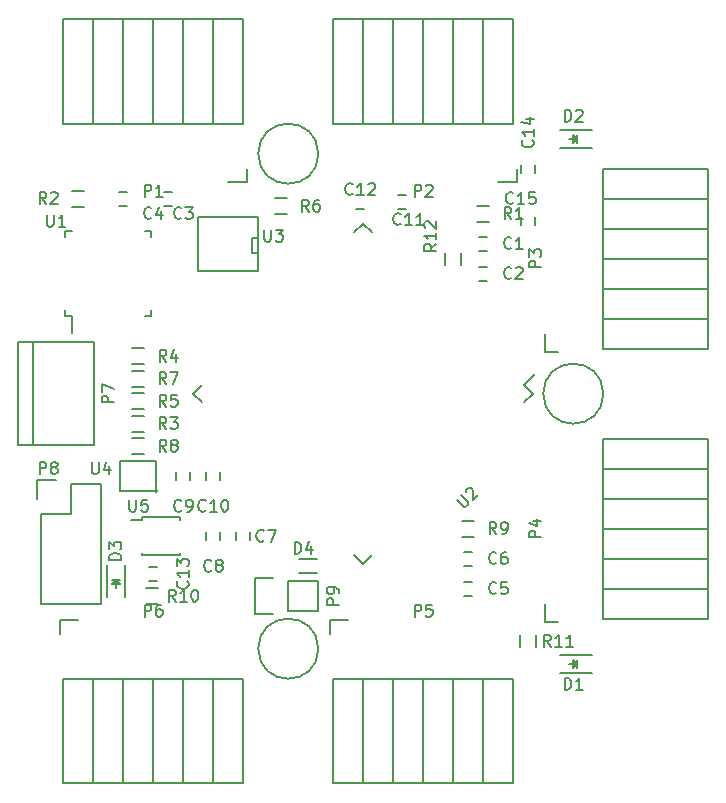
<source format=gto>
G04 #@! TF.FileFunction,Legend,Top*
%FSLAX46Y46*%
G04 Gerber Fmt 4.6, Leading zero omitted, Abs format (unit mm)*
G04 Created by KiCad (PCBNEW 0.201602101416+6546~42~ubuntu14.04.1-product) date Thu 11 Feb 2016 08:58:18 AM CET*
%MOMM*%
G01*
G04 APERTURE LIST*
%ADD10C,0.100000*%
%ADD11C,0.200000*%
%ADD12C,0.150000*%
G04 APERTURE END LIST*
D10*
D11*
X148590000Y-124460000D02*
G75*
G03X148590000Y-124460000I-2540000J0D01*
G01*
X124460000Y-146050000D02*
G75*
G03X124460000Y-146050000I-2540000J0D01*
G01*
X124460000Y-104140000D02*
G75*
G03X124460000Y-104140000I-2540000J0D01*
G01*
D12*
X114970000Y-131795000D02*
X114970000Y-131095000D01*
X116170000Y-131095000D02*
X116170000Y-131795000D01*
X142659623Y-124460000D02*
X141917161Y-123717538D01*
X128270000Y-138849623D02*
X127527538Y-138107161D01*
X113880377Y-124460000D02*
X114622839Y-125202462D01*
X128270000Y-110070377D02*
X129012462Y-110812839D01*
X142659623Y-124460000D02*
X141917161Y-125202462D01*
X128270000Y-110070377D02*
X127527538Y-110812839D01*
X113880377Y-124460000D02*
X114622839Y-123717538D01*
X128270000Y-138849623D02*
X129012462Y-138107161D01*
X141917161Y-123717538D02*
X142836400Y-122798299D01*
X99052540Y-120109100D02*
X99052540Y-128809100D01*
X105457540Y-120109100D02*
X105457540Y-128809100D01*
X105457540Y-128809100D02*
X99052540Y-128809100D01*
X100282540Y-128809100D02*
X100282540Y-120109100D01*
X99052540Y-120109100D02*
X105457540Y-120109100D01*
X103055000Y-117925000D02*
X103580000Y-117925000D01*
X103055000Y-110675000D02*
X103580000Y-110675000D01*
X110305000Y-110675000D02*
X109780000Y-110675000D01*
X110305000Y-117925000D02*
X109780000Y-117925000D01*
X103055000Y-117925000D02*
X103055000Y-117400000D01*
X110305000Y-117925000D02*
X110305000Y-117400000D01*
X110305000Y-110675000D02*
X110305000Y-111200000D01*
X103055000Y-110675000D02*
X103055000Y-111200000D01*
X103580000Y-117925000D02*
X103580000Y-119300000D01*
X138080000Y-111160000D02*
X138780000Y-111160000D01*
X138780000Y-112360000D02*
X138080000Y-112360000D01*
X138080000Y-113700000D02*
X138780000Y-113700000D01*
X138780000Y-114900000D02*
X138080000Y-114900000D01*
X122790000Y-139665000D02*
X124340000Y-139665000D01*
X122790000Y-138465000D02*
X124340000Y-138465000D01*
X138930000Y-109895000D02*
X137930000Y-109895000D01*
X137930000Y-108545000D02*
X138930000Y-108545000D01*
X119380000Y-114046000D02*
X114300000Y-114046000D01*
X114300000Y-114046000D02*
X114300000Y-109474000D01*
X114300000Y-109474000D02*
X119380000Y-109474000D01*
X119380000Y-109474000D02*
X119380000Y-114046000D01*
X119380000Y-112522000D02*
X118872000Y-112522000D01*
X118872000Y-112522000D02*
X118872000Y-111252000D01*
X118872000Y-111252000D02*
X119380000Y-111252000D01*
X104640000Y-108625000D02*
X103640000Y-108625000D01*
X103640000Y-107275000D02*
X104640000Y-107275000D01*
X109720000Y-127675000D02*
X108720000Y-127675000D01*
X108720000Y-126325000D02*
X109720000Y-126325000D01*
X108720000Y-120610000D02*
X109720000Y-120610000D01*
X109720000Y-121960000D02*
X108720000Y-121960000D01*
X108720000Y-124420000D02*
X109720000Y-124420000D01*
X109720000Y-125770000D02*
X108720000Y-125770000D01*
X121785000Y-109260000D02*
X120785000Y-109260000D01*
X120785000Y-107910000D02*
X121785000Y-107910000D01*
X108720000Y-122515000D02*
X109720000Y-122515000D01*
X109720000Y-123865000D02*
X108720000Y-123865000D01*
X102870000Y-92770000D02*
X102870000Y-101600000D01*
X105410000Y-92770000D02*
X102870000Y-92770000D01*
X105410000Y-101600000D02*
X102870000Y-101600000D01*
X102870000Y-101600000D02*
X102870000Y-92770000D01*
X105410000Y-101600000D02*
X105410000Y-92770000D01*
X107950000Y-101600000D02*
X105410000Y-101600000D01*
X107950000Y-92770000D02*
X105410000Y-92770000D01*
X105410000Y-92770000D02*
X105410000Y-101600000D01*
X107950000Y-92770000D02*
X107950000Y-101600000D01*
X110490000Y-92770000D02*
X107950000Y-92770000D01*
X110490000Y-101600000D02*
X107950000Y-101600000D01*
X107950000Y-101600000D02*
X107950000Y-92770000D01*
X110490000Y-101600000D02*
X110490000Y-92770000D01*
X113030000Y-101600000D02*
X110490000Y-101600000D01*
X113030000Y-92770000D02*
X110490000Y-92770000D01*
X110490000Y-92770000D02*
X110490000Y-101600000D01*
X113030000Y-92770000D02*
X113030000Y-101600000D01*
X115570000Y-92770000D02*
X113030000Y-92770000D01*
X115570000Y-101600000D02*
X113030000Y-101600000D01*
X113030000Y-101600000D02*
X113030000Y-92770000D01*
X115570000Y-101600000D02*
X115570000Y-92770000D01*
X118110000Y-101600000D02*
X115570000Y-101600000D01*
X116840000Y-106560000D02*
X118390000Y-106560000D01*
X118390000Y-106560000D02*
X118390000Y-105410000D01*
X118110000Y-101600000D02*
X118110000Y-92770000D01*
X118110000Y-92770000D02*
X115570000Y-92770000D01*
X115570000Y-92770000D02*
X115570000Y-101600000D01*
X125730000Y-92770000D02*
X125730000Y-101600000D01*
X128270000Y-92770000D02*
X125730000Y-92770000D01*
X128270000Y-101600000D02*
X125730000Y-101600000D01*
X125730000Y-101600000D02*
X125730000Y-92770000D01*
X128270000Y-101600000D02*
X128270000Y-92770000D01*
X130810000Y-101600000D02*
X128270000Y-101600000D01*
X130810000Y-92770000D02*
X128270000Y-92770000D01*
X128270000Y-92770000D02*
X128270000Y-101600000D01*
X130810000Y-92770000D02*
X130810000Y-101600000D01*
X133350000Y-92770000D02*
X130810000Y-92770000D01*
X133350000Y-101600000D02*
X130810000Y-101600000D01*
X130810000Y-101600000D02*
X130810000Y-92770000D01*
X133350000Y-101600000D02*
X133350000Y-92770000D01*
X135890000Y-101600000D02*
X133350000Y-101600000D01*
X135890000Y-92770000D02*
X133350000Y-92770000D01*
X133350000Y-92770000D02*
X133350000Y-101600000D01*
X135890000Y-92770000D02*
X135890000Y-101600000D01*
X138430000Y-92770000D02*
X135890000Y-92770000D01*
X138430000Y-101600000D02*
X135890000Y-101600000D01*
X135890000Y-101600000D02*
X135890000Y-92770000D01*
X138430000Y-101600000D02*
X138430000Y-92770000D01*
X140970000Y-101600000D02*
X138430000Y-101600000D01*
X139700000Y-106560000D02*
X141250000Y-106560000D01*
X141250000Y-106560000D02*
X141250000Y-105410000D01*
X140970000Y-101600000D02*
X140970000Y-92770000D01*
X140970000Y-92770000D02*
X138430000Y-92770000D01*
X138430000Y-92770000D02*
X138430000Y-101600000D01*
X157420000Y-105410000D02*
X148590000Y-105410000D01*
X157420000Y-107950000D02*
X157420000Y-105410000D01*
X148590000Y-107950000D02*
X148590000Y-105410000D01*
X148590000Y-105410000D02*
X157420000Y-105410000D01*
X148590000Y-107950000D02*
X157420000Y-107950000D01*
X148590000Y-110490000D02*
X148590000Y-107950000D01*
X157420000Y-110490000D02*
X157420000Y-107950000D01*
X157420000Y-107950000D02*
X148590000Y-107950000D01*
X157420000Y-110490000D02*
X148590000Y-110490000D01*
X157420000Y-113030000D02*
X157420000Y-110490000D01*
X148590000Y-113030000D02*
X148590000Y-110490000D01*
X148590000Y-110490000D02*
X157420000Y-110490000D01*
X148590000Y-113030000D02*
X157420000Y-113030000D01*
X148590000Y-115570000D02*
X148590000Y-113030000D01*
X157420000Y-115570000D02*
X157420000Y-113030000D01*
X157420000Y-113030000D02*
X148590000Y-113030000D01*
X157420000Y-115570000D02*
X148590000Y-115570000D01*
X157420000Y-118110000D02*
X157420000Y-115570000D01*
X148590000Y-118110000D02*
X148590000Y-115570000D01*
X148590000Y-115570000D02*
X157420000Y-115570000D01*
X148590000Y-118110000D02*
X157420000Y-118110000D01*
X148590000Y-120650000D02*
X148590000Y-118110000D01*
X143630000Y-119380000D02*
X143630000Y-120930000D01*
X143630000Y-120930000D02*
X144780000Y-120930000D01*
X148590000Y-120650000D02*
X157420000Y-120650000D01*
X157420000Y-120650000D02*
X157420000Y-118110000D01*
X157420000Y-118110000D02*
X148590000Y-118110000D01*
X157420000Y-128270000D02*
X148590000Y-128270000D01*
X157420000Y-130810000D02*
X157420000Y-128270000D01*
X148590000Y-130810000D02*
X148590000Y-128270000D01*
X148590000Y-128270000D02*
X157420000Y-128270000D01*
X148590000Y-130810000D02*
X157420000Y-130810000D01*
X148590000Y-133350000D02*
X148590000Y-130810000D01*
X157420000Y-133350000D02*
X157420000Y-130810000D01*
X157420000Y-130810000D02*
X148590000Y-130810000D01*
X157420000Y-133350000D02*
X148590000Y-133350000D01*
X157420000Y-135890000D02*
X157420000Y-133350000D01*
X148590000Y-135890000D02*
X148590000Y-133350000D01*
X148590000Y-133350000D02*
X157420000Y-133350000D01*
X148590000Y-135890000D02*
X157420000Y-135890000D01*
X148590000Y-138430000D02*
X148590000Y-135890000D01*
X157420000Y-138430000D02*
X157420000Y-135890000D01*
X157420000Y-135890000D02*
X148590000Y-135890000D01*
X157420000Y-138430000D02*
X148590000Y-138430000D01*
X157420000Y-140970000D02*
X157420000Y-138430000D01*
X148590000Y-140970000D02*
X148590000Y-138430000D01*
X148590000Y-138430000D02*
X157420000Y-138430000D01*
X148590000Y-140970000D02*
X157420000Y-140970000D01*
X148590000Y-143510000D02*
X148590000Y-140970000D01*
X143630000Y-142240000D02*
X143630000Y-143790000D01*
X143630000Y-143790000D02*
X144780000Y-143790000D01*
X148590000Y-143510000D02*
X157420000Y-143510000D01*
X157420000Y-143510000D02*
X157420000Y-140970000D01*
X157420000Y-140970000D02*
X148590000Y-140970000D01*
X140970000Y-157420000D02*
X140970000Y-148590000D01*
X138430000Y-157420000D02*
X140970000Y-157420000D01*
X138430000Y-148590000D02*
X140970000Y-148590000D01*
X140970000Y-148590000D02*
X140970000Y-157420000D01*
X138430000Y-148590000D02*
X138430000Y-157420000D01*
X135890000Y-148590000D02*
X138430000Y-148590000D01*
X135890000Y-157420000D02*
X138430000Y-157420000D01*
X138430000Y-157420000D02*
X138430000Y-148590000D01*
X135890000Y-157420000D02*
X135890000Y-148590000D01*
X133350000Y-157420000D02*
X135890000Y-157420000D01*
X133350000Y-148590000D02*
X135890000Y-148590000D01*
X135890000Y-148590000D02*
X135890000Y-157420000D01*
X133350000Y-148590000D02*
X133350000Y-157420000D01*
X130810000Y-148590000D02*
X133350000Y-148590000D01*
X130810000Y-157420000D02*
X133350000Y-157420000D01*
X133350000Y-157420000D02*
X133350000Y-148590000D01*
X130810000Y-157420000D02*
X130810000Y-148590000D01*
X128270000Y-157420000D02*
X130810000Y-157420000D01*
X128270000Y-148590000D02*
X130810000Y-148590000D01*
X130810000Y-148590000D02*
X130810000Y-157420000D01*
X128270000Y-148590000D02*
X128270000Y-157420000D01*
X125730000Y-148590000D02*
X128270000Y-148590000D01*
X127000000Y-143630000D02*
X125450000Y-143630000D01*
X125450000Y-143630000D02*
X125450000Y-144780000D01*
X125730000Y-148590000D02*
X125730000Y-157420000D01*
X125730000Y-157420000D02*
X128270000Y-157420000D01*
X128270000Y-157420000D02*
X128270000Y-148590000D01*
X118110000Y-157420000D02*
X118110000Y-148590000D01*
X115570000Y-157420000D02*
X118110000Y-157420000D01*
X115570000Y-148590000D02*
X118110000Y-148590000D01*
X118110000Y-148590000D02*
X118110000Y-157420000D01*
X115570000Y-148590000D02*
X115570000Y-157420000D01*
X113030000Y-148590000D02*
X115570000Y-148590000D01*
X113030000Y-157420000D02*
X115570000Y-157420000D01*
X115570000Y-157420000D02*
X115570000Y-148590000D01*
X113030000Y-157420000D02*
X113030000Y-148590000D01*
X110490000Y-157420000D02*
X113030000Y-157420000D01*
X110490000Y-148590000D02*
X113030000Y-148590000D01*
X113030000Y-148590000D02*
X113030000Y-157420000D01*
X110490000Y-148590000D02*
X110490000Y-157420000D01*
X107950000Y-148590000D02*
X110490000Y-148590000D01*
X107950000Y-157420000D02*
X110490000Y-157420000D01*
X110490000Y-157420000D02*
X110490000Y-148590000D01*
X107950000Y-157420000D02*
X107950000Y-148590000D01*
X105410000Y-157420000D02*
X107950000Y-157420000D01*
X105410000Y-148590000D02*
X107950000Y-148590000D01*
X107950000Y-148590000D02*
X107950000Y-157420000D01*
X105410000Y-148590000D02*
X105410000Y-157420000D01*
X102870000Y-148590000D02*
X105410000Y-148590000D01*
X104140000Y-143630000D02*
X102590000Y-143630000D01*
X102590000Y-143630000D02*
X102590000Y-144780000D01*
X102870000Y-148590000D02*
X102870000Y-157420000D01*
X102870000Y-157420000D02*
X105410000Y-157420000D01*
X105410000Y-157420000D02*
X105410000Y-148590000D01*
X111410000Y-107350000D02*
X112110000Y-107350000D01*
X112110000Y-108550000D02*
X111410000Y-108550000D01*
X107600000Y-107350000D02*
X108300000Y-107350000D01*
X108300000Y-108550000D02*
X107600000Y-108550000D01*
X136810000Y-140370000D02*
X137510000Y-140370000D01*
X137510000Y-141570000D02*
X136810000Y-141570000D01*
X136810000Y-137830000D02*
X137510000Y-137830000D01*
X137510000Y-139030000D02*
X136810000Y-139030000D01*
X118710000Y-136175000D02*
X118710000Y-136875000D01*
X117510000Y-136875000D02*
X117510000Y-136175000D01*
X116170000Y-136175000D02*
X116170000Y-136875000D01*
X114970000Y-136875000D02*
X114970000Y-136175000D01*
X112430000Y-131795000D02*
X112430000Y-131095000D01*
X113630000Y-131095000D02*
X113630000Y-131795000D01*
X131222000Y-107604000D02*
X131922000Y-107604000D01*
X131922000Y-108804000D02*
X131222000Y-108804000D01*
X128366000Y-108804000D02*
X127666000Y-108804000D01*
X127666000Y-107604000D02*
X128366000Y-107604000D01*
X109720000Y-129580000D02*
X108720000Y-129580000D01*
X108720000Y-128230000D02*
X109720000Y-128230000D01*
X137660000Y-136565000D02*
X136660000Y-136565000D01*
X136660000Y-135215000D02*
X137660000Y-135215000D01*
X110140000Y-139100000D02*
X110840000Y-139100000D01*
X110840000Y-140300000D02*
X110140000Y-140300000D01*
X109500000Y-134900000D02*
X109500000Y-135115000D01*
X112750000Y-134900000D02*
X112750000Y-135115000D01*
X112750000Y-138150000D02*
X112750000Y-137935000D01*
X109500000Y-138150000D02*
X109500000Y-137935000D01*
X109500000Y-134900000D02*
X112750000Y-134900000D01*
X109500000Y-138150000D02*
X112750000Y-138150000D01*
X109500000Y-135115000D02*
X108575000Y-135115000D01*
X141640000Y-105760000D02*
X141640000Y-105060000D01*
X142840000Y-105060000D02*
X142840000Y-105760000D01*
X142840000Y-109505000D02*
X142840000Y-110205000D01*
X141640000Y-110205000D02*
X141640000Y-109505000D01*
X100965000Y-134620000D02*
X100965000Y-142240000D01*
X100965000Y-142240000D02*
X106045000Y-142240000D01*
X106045000Y-142240000D02*
X106045000Y-132080000D01*
X106045000Y-132080000D02*
X103505000Y-132080000D01*
X102235000Y-131800000D02*
X100685000Y-131800000D01*
X103505000Y-132080000D02*
X103505000Y-134620000D01*
X103505000Y-134620000D02*
X100965000Y-134620000D01*
X100685000Y-131800000D02*
X100685000Y-133350000D01*
X121920000Y-140335000D02*
X124460000Y-140335000D01*
X119100000Y-140055000D02*
X120650000Y-140055000D01*
X121920000Y-140335000D02*
X121920000Y-142875000D01*
X120650000Y-143155000D02*
X119100000Y-143155000D01*
X119100000Y-143155000D02*
X119100000Y-140055000D01*
X121920000Y-142875000D02*
X124460000Y-142875000D01*
X124460000Y-142875000D02*
X124460000Y-140335000D01*
X110871000Y-132715000D02*
G75*
G03X110871000Y-132715000I-127000J0D01*
G01*
X110744000Y-130175000D02*
X107696000Y-130175000D01*
X110744000Y-132715000D02*
X110744000Y-130175000D01*
X107696000Y-132715000D02*
X110744000Y-132715000D01*
X107696000Y-130175000D02*
X107696000Y-132715000D01*
X106565000Y-138955980D02*
X106565000Y-141655980D01*
X108065000Y-138955980D02*
X108065000Y-141655980D01*
X107165000Y-140455980D02*
X107415000Y-140455980D01*
X107415000Y-140455980D02*
X107265000Y-140305980D01*
X107665000Y-140205980D02*
X106965000Y-140205980D01*
X107315000Y-140555980D02*
X107315000Y-140905980D01*
X107315000Y-140205980D02*
X107665000Y-140555980D01*
X107665000Y-140555980D02*
X106965000Y-140555980D01*
X106965000Y-140555980D02*
X107315000Y-140205980D01*
X147650000Y-146570000D02*
X144950000Y-146570000D01*
X147650000Y-148070000D02*
X144950000Y-148070000D01*
X146150000Y-147170000D02*
X146150000Y-147420000D01*
X146150000Y-147420000D02*
X146300000Y-147270000D01*
X146400000Y-147670000D02*
X146400000Y-146970000D01*
X146050000Y-147320000D02*
X145700000Y-147320000D01*
X146400000Y-147320000D02*
X146050000Y-147670000D01*
X146050000Y-147670000D02*
X146050000Y-146970000D01*
X146050000Y-146970000D02*
X146400000Y-147320000D01*
X147650000Y-102120000D02*
X144950000Y-102120000D01*
X147650000Y-103620000D02*
X144950000Y-103620000D01*
X146150000Y-102720000D02*
X146150000Y-102970000D01*
X146150000Y-102970000D02*
X146300000Y-102820000D01*
X146400000Y-103220000D02*
X146400000Y-102520000D01*
X146050000Y-102870000D02*
X145700000Y-102870000D01*
X146400000Y-102870000D02*
X146050000Y-103220000D01*
X146050000Y-103220000D02*
X146050000Y-102520000D01*
X146050000Y-102520000D02*
X146400000Y-102870000D01*
X109875000Y-140930000D02*
X110875000Y-140930000D01*
X110875000Y-142280000D02*
X109875000Y-142280000D01*
X141565000Y-145915000D02*
X141565000Y-144915000D01*
X142915000Y-144915000D02*
X142915000Y-145915000D01*
X136565000Y-112530000D02*
X136565000Y-113530000D01*
X135215000Y-113530000D02*
X135215000Y-112530000D01*
X114927143Y-134342143D02*
X114879524Y-134389762D01*
X114736667Y-134437381D01*
X114641429Y-134437381D01*
X114498571Y-134389762D01*
X114403333Y-134294524D01*
X114355714Y-134199286D01*
X114308095Y-134008810D01*
X114308095Y-133865952D01*
X114355714Y-133675476D01*
X114403333Y-133580238D01*
X114498571Y-133485000D01*
X114641429Y-133437381D01*
X114736667Y-133437381D01*
X114879524Y-133485000D01*
X114927143Y-133532619D01*
X115879524Y-134437381D02*
X115308095Y-134437381D01*
X115593809Y-134437381D02*
X115593809Y-133437381D01*
X115498571Y-133580238D01*
X115403333Y-133675476D01*
X115308095Y-133723095D01*
X116498571Y-133437381D02*
X116593810Y-133437381D01*
X116689048Y-133485000D01*
X116736667Y-133532619D01*
X116784286Y-133627857D01*
X116831905Y-133818333D01*
X116831905Y-134056429D01*
X116784286Y-134246905D01*
X116736667Y-134342143D01*
X116689048Y-134389762D01*
X116593810Y-134437381D01*
X116498571Y-134437381D01*
X116403333Y-134389762D01*
X116355714Y-134342143D01*
X116308095Y-134246905D01*
X116260476Y-134056429D01*
X116260476Y-133818333D01*
X116308095Y-133627857D01*
X116355714Y-133532619D01*
X116403333Y-133485000D01*
X116498571Y-133437381D01*
X136165184Y-133432680D02*
X136737604Y-134005100D01*
X136838619Y-134038772D01*
X136905962Y-134038772D01*
X137006977Y-134005100D01*
X137141665Y-133870412D01*
X137175337Y-133769397D01*
X137175337Y-133702054D01*
X137141665Y-133601039D01*
X136569245Y-133028619D01*
X136939634Y-132792917D02*
X136939634Y-132725573D01*
X136973306Y-132624558D01*
X137141665Y-132456199D01*
X137242680Y-132422527D01*
X137310024Y-132422527D01*
X137411039Y-132456199D01*
X137478382Y-132523542D01*
X137545726Y-132658229D01*
X137545726Y-133466352D01*
X137983459Y-133028619D01*
X107132381Y-125198095D02*
X106132381Y-125198095D01*
X106132381Y-124817142D01*
X106180000Y-124721904D01*
X106227619Y-124674285D01*
X106322857Y-124626666D01*
X106465714Y-124626666D01*
X106560952Y-124674285D01*
X106608571Y-124721904D01*
X106656190Y-124817142D01*
X106656190Y-125198095D01*
X106132381Y-124293333D02*
X106132381Y-123626666D01*
X107132381Y-124055238D01*
X101473095Y-109307381D02*
X101473095Y-110116905D01*
X101520714Y-110212143D01*
X101568333Y-110259762D01*
X101663571Y-110307381D01*
X101854048Y-110307381D01*
X101949286Y-110259762D01*
X101996905Y-110212143D01*
X102044524Y-110116905D01*
X102044524Y-109307381D01*
X103044524Y-110307381D02*
X102473095Y-110307381D01*
X102758809Y-110307381D02*
X102758809Y-109307381D01*
X102663571Y-109450238D01*
X102568333Y-109545476D01*
X102473095Y-109593095D01*
X140803334Y-112117143D02*
X140755715Y-112164762D01*
X140612858Y-112212381D01*
X140517620Y-112212381D01*
X140374762Y-112164762D01*
X140279524Y-112069524D01*
X140231905Y-111974286D01*
X140184286Y-111783810D01*
X140184286Y-111640952D01*
X140231905Y-111450476D01*
X140279524Y-111355238D01*
X140374762Y-111260000D01*
X140517620Y-111212381D01*
X140612858Y-111212381D01*
X140755715Y-111260000D01*
X140803334Y-111307619D01*
X141755715Y-112212381D02*
X141184286Y-112212381D01*
X141470000Y-112212381D02*
X141470000Y-111212381D01*
X141374762Y-111355238D01*
X141279524Y-111450476D01*
X141184286Y-111498095D01*
X140803334Y-114657143D02*
X140755715Y-114704762D01*
X140612858Y-114752381D01*
X140517620Y-114752381D01*
X140374762Y-114704762D01*
X140279524Y-114609524D01*
X140231905Y-114514286D01*
X140184286Y-114323810D01*
X140184286Y-114180952D01*
X140231905Y-113990476D01*
X140279524Y-113895238D01*
X140374762Y-113800000D01*
X140517620Y-113752381D01*
X140612858Y-113752381D01*
X140755715Y-113800000D01*
X140803334Y-113847619D01*
X141184286Y-113847619D02*
X141231905Y-113800000D01*
X141327143Y-113752381D01*
X141565239Y-113752381D01*
X141660477Y-113800000D01*
X141708096Y-113847619D01*
X141755715Y-113942857D01*
X141755715Y-114038095D01*
X141708096Y-114180952D01*
X141136667Y-114752381D01*
X141755715Y-114752381D01*
X122451905Y-138017381D02*
X122451905Y-137017381D01*
X122690000Y-137017381D01*
X122832858Y-137065000D01*
X122928096Y-137160238D01*
X122975715Y-137255476D01*
X123023334Y-137445952D01*
X123023334Y-137588810D01*
X122975715Y-137779286D01*
X122928096Y-137874524D01*
X122832858Y-137969762D01*
X122690000Y-138017381D01*
X122451905Y-138017381D01*
X123880477Y-137350714D02*
X123880477Y-138017381D01*
X123642381Y-136969762D02*
X123404286Y-137684048D01*
X124023334Y-137684048D01*
X140803334Y-109672381D02*
X140470000Y-109196190D01*
X140231905Y-109672381D02*
X140231905Y-108672381D01*
X140612858Y-108672381D01*
X140708096Y-108720000D01*
X140755715Y-108767619D01*
X140803334Y-108862857D01*
X140803334Y-109005714D01*
X140755715Y-109100952D01*
X140708096Y-109148571D01*
X140612858Y-109196190D01*
X140231905Y-109196190D01*
X141755715Y-109672381D02*
X141184286Y-109672381D01*
X141470000Y-109672381D02*
X141470000Y-108672381D01*
X141374762Y-108815238D01*
X141279524Y-108910476D01*
X141184286Y-108958095D01*
X119888095Y-110577381D02*
X119888095Y-111386905D01*
X119935714Y-111482143D01*
X119983333Y-111529762D01*
X120078571Y-111577381D01*
X120269048Y-111577381D01*
X120364286Y-111529762D01*
X120411905Y-111482143D01*
X120459524Y-111386905D01*
X120459524Y-110577381D01*
X120840476Y-110577381D02*
X121459524Y-110577381D01*
X121126190Y-110958333D01*
X121269048Y-110958333D01*
X121364286Y-111005952D01*
X121411905Y-111053571D01*
X121459524Y-111148810D01*
X121459524Y-111386905D01*
X121411905Y-111482143D01*
X121364286Y-111529762D01*
X121269048Y-111577381D01*
X120983333Y-111577381D01*
X120888095Y-111529762D01*
X120840476Y-111482143D01*
X101433334Y-108402381D02*
X101100000Y-107926190D01*
X100861905Y-108402381D02*
X100861905Y-107402381D01*
X101242858Y-107402381D01*
X101338096Y-107450000D01*
X101385715Y-107497619D01*
X101433334Y-107592857D01*
X101433334Y-107735714D01*
X101385715Y-107830952D01*
X101338096Y-107878571D01*
X101242858Y-107926190D01*
X100861905Y-107926190D01*
X101814286Y-107497619D02*
X101861905Y-107450000D01*
X101957143Y-107402381D01*
X102195239Y-107402381D01*
X102290477Y-107450000D01*
X102338096Y-107497619D01*
X102385715Y-107592857D01*
X102385715Y-107688095D01*
X102338096Y-107830952D01*
X101766667Y-108402381D01*
X102385715Y-108402381D01*
X111593334Y-127452381D02*
X111260000Y-126976190D01*
X111021905Y-127452381D02*
X111021905Y-126452381D01*
X111402858Y-126452381D01*
X111498096Y-126500000D01*
X111545715Y-126547619D01*
X111593334Y-126642857D01*
X111593334Y-126785714D01*
X111545715Y-126880952D01*
X111498096Y-126928571D01*
X111402858Y-126976190D01*
X111021905Y-126976190D01*
X111926667Y-126452381D02*
X112545715Y-126452381D01*
X112212381Y-126833333D01*
X112355239Y-126833333D01*
X112450477Y-126880952D01*
X112498096Y-126928571D01*
X112545715Y-127023810D01*
X112545715Y-127261905D01*
X112498096Y-127357143D01*
X112450477Y-127404762D01*
X112355239Y-127452381D01*
X112069524Y-127452381D01*
X111974286Y-127404762D01*
X111926667Y-127357143D01*
X111593334Y-121737381D02*
X111260000Y-121261190D01*
X111021905Y-121737381D02*
X111021905Y-120737381D01*
X111402858Y-120737381D01*
X111498096Y-120785000D01*
X111545715Y-120832619D01*
X111593334Y-120927857D01*
X111593334Y-121070714D01*
X111545715Y-121165952D01*
X111498096Y-121213571D01*
X111402858Y-121261190D01*
X111021905Y-121261190D01*
X112450477Y-121070714D02*
X112450477Y-121737381D01*
X112212381Y-120689762D02*
X111974286Y-121404048D01*
X112593334Y-121404048D01*
X111593334Y-125547381D02*
X111260000Y-125071190D01*
X111021905Y-125547381D02*
X111021905Y-124547381D01*
X111402858Y-124547381D01*
X111498096Y-124595000D01*
X111545715Y-124642619D01*
X111593334Y-124737857D01*
X111593334Y-124880714D01*
X111545715Y-124975952D01*
X111498096Y-125023571D01*
X111402858Y-125071190D01*
X111021905Y-125071190D01*
X112498096Y-124547381D02*
X112021905Y-124547381D01*
X111974286Y-125023571D01*
X112021905Y-124975952D01*
X112117143Y-124928333D01*
X112355239Y-124928333D01*
X112450477Y-124975952D01*
X112498096Y-125023571D01*
X112545715Y-125118810D01*
X112545715Y-125356905D01*
X112498096Y-125452143D01*
X112450477Y-125499762D01*
X112355239Y-125547381D01*
X112117143Y-125547381D01*
X112021905Y-125499762D01*
X111974286Y-125452143D01*
X123658334Y-109037381D02*
X123325000Y-108561190D01*
X123086905Y-109037381D02*
X123086905Y-108037381D01*
X123467858Y-108037381D01*
X123563096Y-108085000D01*
X123610715Y-108132619D01*
X123658334Y-108227857D01*
X123658334Y-108370714D01*
X123610715Y-108465952D01*
X123563096Y-108513571D01*
X123467858Y-108561190D01*
X123086905Y-108561190D01*
X124515477Y-108037381D02*
X124325000Y-108037381D01*
X124229762Y-108085000D01*
X124182143Y-108132619D01*
X124086905Y-108275476D01*
X124039286Y-108465952D01*
X124039286Y-108846905D01*
X124086905Y-108942143D01*
X124134524Y-108989762D01*
X124229762Y-109037381D01*
X124420239Y-109037381D01*
X124515477Y-108989762D01*
X124563096Y-108942143D01*
X124610715Y-108846905D01*
X124610715Y-108608810D01*
X124563096Y-108513571D01*
X124515477Y-108465952D01*
X124420239Y-108418333D01*
X124229762Y-108418333D01*
X124134524Y-108465952D01*
X124086905Y-108513571D01*
X124039286Y-108608810D01*
X111593334Y-123642381D02*
X111260000Y-123166190D01*
X111021905Y-123642381D02*
X111021905Y-122642381D01*
X111402858Y-122642381D01*
X111498096Y-122690000D01*
X111545715Y-122737619D01*
X111593334Y-122832857D01*
X111593334Y-122975714D01*
X111545715Y-123070952D01*
X111498096Y-123118571D01*
X111402858Y-123166190D01*
X111021905Y-123166190D01*
X111926667Y-122642381D02*
X112593334Y-122642381D01*
X112164762Y-123642381D01*
X109751905Y-107767381D02*
X109751905Y-106767381D01*
X110132858Y-106767381D01*
X110228096Y-106815000D01*
X110275715Y-106862619D01*
X110323334Y-106957857D01*
X110323334Y-107100714D01*
X110275715Y-107195952D01*
X110228096Y-107243571D01*
X110132858Y-107291190D01*
X109751905Y-107291190D01*
X111275715Y-107767381D02*
X110704286Y-107767381D01*
X110990000Y-107767381D02*
X110990000Y-106767381D01*
X110894762Y-106910238D01*
X110799524Y-107005476D01*
X110704286Y-107053095D01*
X132611905Y-107767381D02*
X132611905Y-106767381D01*
X132992858Y-106767381D01*
X133088096Y-106815000D01*
X133135715Y-106862619D01*
X133183334Y-106957857D01*
X133183334Y-107100714D01*
X133135715Y-107195952D01*
X133088096Y-107243571D01*
X132992858Y-107291190D01*
X132611905Y-107291190D01*
X133564286Y-106862619D02*
X133611905Y-106815000D01*
X133707143Y-106767381D01*
X133945239Y-106767381D01*
X134040477Y-106815000D01*
X134088096Y-106862619D01*
X134135715Y-106957857D01*
X134135715Y-107053095D01*
X134088096Y-107195952D01*
X133516667Y-107767381D01*
X134135715Y-107767381D01*
X143327381Y-113768095D02*
X142327381Y-113768095D01*
X142327381Y-113387142D01*
X142375000Y-113291904D01*
X142422619Y-113244285D01*
X142517857Y-113196666D01*
X142660714Y-113196666D01*
X142755952Y-113244285D01*
X142803571Y-113291904D01*
X142851190Y-113387142D01*
X142851190Y-113768095D01*
X142327381Y-112863333D02*
X142327381Y-112244285D01*
X142708333Y-112577619D01*
X142708333Y-112434761D01*
X142755952Y-112339523D01*
X142803571Y-112291904D01*
X142898810Y-112244285D01*
X143136905Y-112244285D01*
X143232143Y-112291904D01*
X143279762Y-112339523D01*
X143327381Y-112434761D01*
X143327381Y-112720476D01*
X143279762Y-112815714D01*
X143232143Y-112863333D01*
X143327381Y-136628095D02*
X142327381Y-136628095D01*
X142327381Y-136247142D01*
X142375000Y-136151904D01*
X142422619Y-136104285D01*
X142517857Y-136056666D01*
X142660714Y-136056666D01*
X142755952Y-136104285D01*
X142803571Y-136151904D01*
X142851190Y-136247142D01*
X142851190Y-136628095D01*
X142660714Y-135199523D02*
X143327381Y-135199523D01*
X142279762Y-135437619D02*
X142994048Y-135675714D01*
X142994048Y-135056666D01*
X132611905Y-143327381D02*
X132611905Y-142327381D01*
X132992858Y-142327381D01*
X133088096Y-142375000D01*
X133135715Y-142422619D01*
X133183334Y-142517857D01*
X133183334Y-142660714D01*
X133135715Y-142755952D01*
X133088096Y-142803571D01*
X132992858Y-142851190D01*
X132611905Y-142851190D01*
X134088096Y-142327381D02*
X133611905Y-142327381D01*
X133564286Y-142803571D01*
X133611905Y-142755952D01*
X133707143Y-142708333D01*
X133945239Y-142708333D01*
X134040477Y-142755952D01*
X134088096Y-142803571D01*
X134135715Y-142898810D01*
X134135715Y-143136905D01*
X134088096Y-143232143D01*
X134040477Y-143279762D01*
X133945239Y-143327381D01*
X133707143Y-143327381D01*
X133611905Y-143279762D01*
X133564286Y-143232143D01*
X109751905Y-143327381D02*
X109751905Y-142327381D01*
X110132858Y-142327381D01*
X110228096Y-142375000D01*
X110275715Y-142422619D01*
X110323334Y-142517857D01*
X110323334Y-142660714D01*
X110275715Y-142755952D01*
X110228096Y-142803571D01*
X110132858Y-142851190D01*
X109751905Y-142851190D01*
X111180477Y-142327381D02*
X110990000Y-142327381D01*
X110894762Y-142375000D01*
X110847143Y-142422619D01*
X110751905Y-142565476D01*
X110704286Y-142755952D01*
X110704286Y-143136905D01*
X110751905Y-143232143D01*
X110799524Y-143279762D01*
X110894762Y-143327381D01*
X111085239Y-143327381D01*
X111180477Y-143279762D01*
X111228096Y-143232143D01*
X111275715Y-143136905D01*
X111275715Y-142898810D01*
X111228096Y-142803571D01*
X111180477Y-142755952D01*
X111085239Y-142708333D01*
X110894762Y-142708333D01*
X110799524Y-142755952D01*
X110751905Y-142803571D01*
X110704286Y-142898810D01*
X112863334Y-109577143D02*
X112815715Y-109624762D01*
X112672858Y-109672381D01*
X112577620Y-109672381D01*
X112434762Y-109624762D01*
X112339524Y-109529524D01*
X112291905Y-109434286D01*
X112244286Y-109243810D01*
X112244286Y-109100952D01*
X112291905Y-108910476D01*
X112339524Y-108815238D01*
X112434762Y-108720000D01*
X112577620Y-108672381D01*
X112672858Y-108672381D01*
X112815715Y-108720000D01*
X112863334Y-108767619D01*
X113196667Y-108672381D02*
X113815715Y-108672381D01*
X113482381Y-109053333D01*
X113625239Y-109053333D01*
X113720477Y-109100952D01*
X113768096Y-109148571D01*
X113815715Y-109243810D01*
X113815715Y-109481905D01*
X113768096Y-109577143D01*
X113720477Y-109624762D01*
X113625239Y-109672381D01*
X113339524Y-109672381D01*
X113244286Y-109624762D01*
X113196667Y-109577143D01*
X110323334Y-109577143D02*
X110275715Y-109624762D01*
X110132858Y-109672381D01*
X110037620Y-109672381D01*
X109894762Y-109624762D01*
X109799524Y-109529524D01*
X109751905Y-109434286D01*
X109704286Y-109243810D01*
X109704286Y-109100952D01*
X109751905Y-108910476D01*
X109799524Y-108815238D01*
X109894762Y-108720000D01*
X110037620Y-108672381D01*
X110132858Y-108672381D01*
X110275715Y-108720000D01*
X110323334Y-108767619D01*
X111180477Y-109005714D02*
X111180477Y-109672381D01*
X110942381Y-108624762D02*
X110704286Y-109339048D01*
X111323334Y-109339048D01*
X139533334Y-141327143D02*
X139485715Y-141374762D01*
X139342858Y-141422381D01*
X139247620Y-141422381D01*
X139104762Y-141374762D01*
X139009524Y-141279524D01*
X138961905Y-141184286D01*
X138914286Y-140993810D01*
X138914286Y-140850952D01*
X138961905Y-140660476D01*
X139009524Y-140565238D01*
X139104762Y-140470000D01*
X139247620Y-140422381D01*
X139342858Y-140422381D01*
X139485715Y-140470000D01*
X139533334Y-140517619D01*
X140438096Y-140422381D02*
X139961905Y-140422381D01*
X139914286Y-140898571D01*
X139961905Y-140850952D01*
X140057143Y-140803333D01*
X140295239Y-140803333D01*
X140390477Y-140850952D01*
X140438096Y-140898571D01*
X140485715Y-140993810D01*
X140485715Y-141231905D01*
X140438096Y-141327143D01*
X140390477Y-141374762D01*
X140295239Y-141422381D01*
X140057143Y-141422381D01*
X139961905Y-141374762D01*
X139914286Y-141327143D01*
X139533334Y-138787143D02*
X139485715Y-138834762D01*
X139342858Y-138882381D01*
X139247620Y-138882381D01*
X139104762Y-138834762D01*
X139009524Y-138739524D01*
X138961905Y-138644286D01*
X138914286Y-138453810D01*
X138914286Y-138310952D01*
X138961905Y-138120476D01*
X139009524Y-138025238D01*
X139104762Y-137930000D01*
X139247620Y-137882381D01*
X139342858Y-137882381D01*
X139485715Y-137930000D01*
X139533334Y-137977619D01*
X140390477Y-137882381D02*
X140200000Y-137882381D01*
X140104762Y-137930000D01*
X140057143Y-137977619D01*
X139961905Y-138120476D01*
X139914286Y-138310952D01*
X139914286Y-138691905D01*
X139961905Y-138787143D01*
X140009524Y-138834762D01*
X140104762Y-138882381D01*
X140295239Y-138882381D01*
X140390477Y-138834762D01*
X140438096Y-138787143D01*
X140485715Y-138691905D01*
X140485715Y-138453810D01*
X140438096Y-138358571D01*
X140390477Y-138310952D01*
X140295239Y-138263333D01*
X140104762Y-138263333D01*
X140009524Y-138310952D01*
X139961905Y-138358571D01*
X139914286Y-138453810D01*
X119848334Y-136882143D02*
X119800715Y-136929762D01*
X119657858Y-136977381D01*
X119562620Y-136977381D01*
X119419762Y-136929762D01*
X119324524Y-136834524D01*
X119276905Y-136739286D01*
X119229286Y-136548810D01*
X119229286Y-136405952D01*
X119276905Y-136215476D01*
X119324524Y-136120238D01*
X119419762Y-136025000D01*
X119562620Y-135977381D01*
X119657858Y-135977381D01*
X119800715Y-136025000D01*
X119848334Y-136072619D01*
X120181667Y-135977381D02*
X120848334Y-135977381D01*
X120419762Y-136977381D01*
X115403334Y-139422143D02*
X115355715Y-139469762D01*
X115212858Y-139517381D01*
X115117620Y-139517381D01*
X114974762Y-139469762D01*
X114879524Y-139374524D01*
X114831905Y-139279286D01*
X114784286Y-139088810D01*
X114784286Y-138945952D01*
X114831905Y-138755476D01*
X114879524Y-138660238D01*
X114974762Y-138565000D01*
X115117620Y-138517381D01*
X115212858Y-138517381D01*
X115355715Y-138565000D01*
X115403334Y-138612619D01*
X115974762Y-138945952D02*
X115879524Y-138898333D01*
X115831905Y-138850714D01*
X115784286Y-138755476D01*
X115784286Y-138707857D01*
X115831905Y-138612619D01*
X115879524Y-138565000D01*
X115974762Y-138517381D01*
X116165239Y-138517381D01*
X116260477Y-138565000D01*
X116308096Y-138612619D01*
X116355715Y-138707857D01*
X116355715Y-138755476D01*
X116308096Y-138850714D01*
X116260477Y-138898333D01*
X116165239Y-138945952D01*
X115974762Y-138945952D01*
X115879524Y-138993571D01*
X115831905Y-139041190D01*
X115784286Y-139136429D01*
X115784286Y-139326905D01*
X115831905Y-139422143D01*
X115879524Y-139469762D01*
X115974762Y-139517381D01*
X116165239Y-139517381D01*
X116260477Y-139469762D01*
X116308096Y-139422143D01*
X116355715Y-139326905D01*
X116355715Y-139136429D01*
X116308096Y-139041190D01*
X116260477Y-138993571D01*
X116165239Y-138945952D01*
X112863334Y-134342143D02*
X112815715Y-134389762D01*
X112672858Y-134437381D01*
X112577620Y-134437381D01*
X112434762Y-134389762D01*
X112339524Y-134294524D01*
X112291905Y-134199286D01*
X112244286Y-134008810D01*
X112244286Y-133865952D01*
X112291905Y-133675476D01*
X112339524Y-133580238D01*
X112434762Y-133485000D01*
X112577620Y-133437381D01*
X112672858Y-133437381D01*
X112815715Y-133485000D01*
X112863334Y-133532619D01*
X113339524Y-134437381D02*
X113530000Y-134437381D01*
X113625239Y-134389762D01*
X113672858Y-134342143D01*
X113768096Y-134199286D01*
X113815715Y-134008810D01*
X113815715Y-133627857D01*
X113768096Y-133532619D01*
X113720477Y-133485000D01*
X113625239Y-133437381D01*
X113434762Y-133437381D01*
X113339524Y-133485000D01*
X113291905Y-133532619D01*
X113244286Y-133627857D01*
X113244286Y-133865952D01*
X113291905Y-133961190D01*
X113339524Y-134008810D01*
X113434762Y-134056429D01*
X113625239Y-134056429D01*
X113720477Y-134008810D01*
X113768096Y-133961190D01*
X113815715Y-133865952D01*
X131437143Y-110085143D02*
X131389524Y-110132762D01*
X131246667Y-110180381D01*
X131151429Y-110180381D01*
X131008571Y-110132762D01*
X130913333Y-110037524D01*
X130865714Y-109942286D01*
X130818095Y-109751810D01*
X130818095Y-109608952D01*
X130865714Y-109418476D01*
X130913333Y-109323238D01*
X131008571Y-109228000D01*
X131151429Y-109180381D01*
X131246667Y-109180381D01*
X131389524Y-109228000D01*
X131437143Y-109275619D01*
X132389524Y-110180381D02*
X131818095Y-110180381D01*
X132103809Y-110180381D02*
X132103809Y-109180381D01*
X132008571Y-109323238D01*
X131913333Y-109418476D01*
X131818095Y-109466095D01*
X133341905Y-110180381D02*
X132770476Y-110180381D01*
X133056190Y-110180381D02*
X133056190Y-109180381D01*
X132960952Y-109323238D01*
X132865714Y-109418476D01*
X132770476Y-109466095D01*
X127373143Y-107545143D02*
X127325524Y-107592762D01*
X127182667Y-107640381D01*
X127087429Y-107640381D01*
X126944571Y-107592762D01*
X126849333Y-107497524D01*
X126801714Y-107402286D01*
X126754095Y-107211810D01*
X126754095Y-107068952D01*
X126801714Y-106878476D01*
X126849333Y-106783238D01*
X126944571Y-106688000D01*
X127087429Y-106640381D01*
X127182667Y-106640381D01*
X127325524Y-106688000D01*
X127373143Y-106735619D01*
X128325524Y-107640381D02*
X127754095Y-107640381D01*
X128039809Y-107640381D02*
X128039809Y-106640381D01*
X127944571Y-106783238D01*
X127849333Y-106878476D01*
X127754095Y-106926095D01*
X128706476Y-106735619D02*
X128754095Y-106688000D01*
X128849333Y-106640381D01*
X129087429Y-106640381D01*
X129182667Y-106688000D01*
X129230286Y-106735619D01*
X129277905Y-106830857D01*
X129277905Y-106926095D01*
X129230286Y-107068952D01*
X128658857Y-107640381D01*
X129277905Y-107640381D01*
X111593334Y-129357381D02*
X111260000Y-128881190D01*
X111021905Y-129357381D02*
X111021905Y-128357381D01*
X111402858Y-128357381D01*
X111498096Y-128405000D01*
X111545715Y-128452619D01*
X111593334Y-128547857D01*
X111593334Y-128690714D01*
X111545715Y-128785952D01*
X111498096Y-128833571D01*
X111402858Y-128881190D01*
X111021905Y-128881190D01*
X112164762Y-128785952D02*
X112069524Y-128738333D01*
X112021905Y-128690714D01*
X111974286Y-128595476D01*
X111974286Y-128547857D01*
X112021905Y-128452619D01*
X112069524Y-128405000D01*
X112164762Y-128357381D01*
X112355239Y-128357381D01*
X112450477Y-128405000D01*
X112498096Y-128452619D01*
X112545715Y-128547857D01*
X112545715Y-128595476D01*
X112498096Y-128690714D01*
X112450477Y-128738333D01*
X112355239Y-128785952D01*
X112164762Y-128785952D01*
X112069524Y-128833571D01*
X112021905Y-128881190D01*
X111974286Y-128976429D01*
X111974286Y-129166905D01*
X112021905Y-129262143D01*
X112069524Y-129309762D01*
X112164762Y-129357381D01*
X112355239Y-129357381D01*
X112450477Y-129309762D01*
X112498096Y-129262143D01*
X112545715Y-129166905D01*
X112545715Y-128976429D01*
X112498096Y-128881190D01*
X112450477Y-128833571D01*
X112355239Y-128785952D01*
X139533334Y-136342381D02*
X139200000Y-135866190D01*
X138961905Y-136342381D02*
X138961905Y-135342381D01*
X139342858Y-135342381D01*
X139438096Y-135390000D01*
X139485715Y-135437619D01*
X139533334Y-135532857D01*
X139533334Y-135675714D01*
X139485715Y-135770952D01*
X139438096Y-135818571D01*
X139342858Y-135866190D01*
X138961905Y-135866190D01*
X140009524Y-136342381D02*
X140200000Y-136342381D01*
X140295239Y-136294762D01*
X140342858Y-136247143D01*
X140438096Y-136104286D01*
X140485715Y-135913810D01*
X140485715Y-135532857D01*
X140438096Y-135437619D01*
X140390477Y-135390000D01*
X140295239Y-135342381D01*
X140104762Y-135342381D01*
X140009524Y-135390000D01*
X139961905Y-135437619D01*
X139914286Y-135532857D01*
X139914286Y-135770952D01*
X139961905Y-135866190D01*
X140009524Y-135913810D01*
X140104762Y-135961429D01*
X140295239Y-135961429D01*
X140390477Y-135913810D01*
X140438096Y-135866190D01*
X140485715Y-135770952D01*
X113387143Y-140342857D02*
X113434762Y-140390476D01*
X113482381Y-140533333D01*
X113482381Y-140628571D01*
X113434762Y-140771429D01*
X113339524Y-140866667D01*
X113244286Y-140914286D01*
X113053810Y-140961905D01*
X112910952Y-140961905D01*
X112720476Y-140914286D01*
X112625238Y-140866667D01*
X112530000Y-140771429D01*
X112482381Y-140628571D01*
X112482381Y-140533333D01*
X112530000Y-140390476D01*
X112577619Y-140342857D01*
X113482381Y-139390476D02*
X113482381Y-139961905D01*
X113482381Y-139676191D02*
X112482381Y-139676191D01*
X112625238Y-139771429D01*
X112720476Y-139866667D01*
X112768095Y-139961905D01*
X112482381Y-139057143D02*
X112482381Y-138438095D01*
X112863333Y-138771429D01*
X112863333Y-138628571D01*
X112910952Y-138533333D01*
X112958571Y-138485714D01*
X113053810Y-138438095D01*
X113291905Y-138438095D01*
X113387143Y-138485714D01*
X113434762Y-138533333D01*
X113482381Y-138628571D01*
X113482381Y-138914286D01*
X113434762Y-139009524D01*
X113387143Y-139057143D01*
X108458095Y-133437381D02*
X108458095Y-134246905D01*
X108505714Y-134342143D01*
X108553333Y-134389762D01*
X108648571Y-134437381D01*
X108839048Y-134437381D01*
X108934286Y-134389762D01*
X108981905Y-134342143D01*
X109029524Y-134246905D01*
X109029524Y-133437381D01*
X109981905Y-133437381D02*
X109505714Y-133437381D01*
X109458095Y-133913571D01*
X109505714Y-133865952D01*
X109600952Y-133818333D01*
X109839048Y-133818333D01*
X109934286Y-133865952D01*
X109981905Y-133913571D01*
X110029524Y-134008810D01*
X110029524Y-134246905D01*
X109981905Y-134342143D01*
X109934286Y-134389762D01*
X109839048Y-134437381D01*
X109600952Y-134437381D01*
X109505714Y-134389762D01*
X109458095Y-134342143D01*
X142597143Y-102992857D02*
X142644762Y-103040476D01*
X142692381Y-103183333D01*
X142692381Y-103278571D01*
X142644762Y-103421429D01*
X142549524Y-103516667D01*
X142454286Y-103564286D01*
X142263810Y-103611905D01*
X142120952Y-103611905D01*
X141930476Y-103564286D01*
X141835238Y-103516667D01*
X141740000Y-103421429D01*
X141692381Y-103278571D01*
X141692381Y-103183333D01*
X141740000Y-103040476D01*
X141787619Y-102992857D01*
X142692381Y-102040476D02*
X142692381Y-102611905D01*
X142692381Y-102326191D02*
X141692381Y-102326191D01*
X141835238Y-102421429D01*
X141930476Y-102516667D01*
X141978095Y-102611905D01*
X142025714Y-101183333D02*
X142692381Y-101183333D01*
X141644762Y-101421429D02*
X142359048Y-101659524D01*
X142359048Y-101040476D01*
X140962143Y-108307143D02*
X140914524Y-108354762D01*
X140771667Y-108402381D01*
X140676429Y-108402381D01*
X140533571Y-108354762D01*
X140438333Y-108259524D01*
X140390714Y-108164286D01*
X140343095Y-107973810D01*
X140343095Y-107830952D01*
X140390714Y-107640476D01*
X140438333Y-107545238D01*
X140533571Y-107450000D01*
X140676429Y-107402381D01*
X140771667Y-107402381D01*
X140914524Y-107450000D01*
X140962143Y-107497619D01*
X141914524Y-108402381D02*
X141343095Y-108402381D01*
X141628809Y-108402381D02*
X141628809Y-107402381D01*
X141533571Y-107545238D01*
X141438333Y-107640476D01*
X141343095Y-107688095D01*
X142819286Y-107402381D02*
X142343095Y-107402381D01*
X142295476Y-107878571D01*
X142343095Y-107830952D01*
X142438333Y-107783333D01*
X142676429Y-107783333D01*
X142771667Y-107830952D01*
X142819286Y-107878571D01*
X142866905Y-107973810D01*
X142866905Y-108211905D01*
X142819286Y-108307143D01*
X142771667Y-108354762D01*
X142676429Y-108402381D01*
X142438333Y-108402381D01*
X142343095Y-108354762D01*
X142295476Y-108307143D01*
X100861905Y-131262381D02*
X100861905Y-130262381D01*
X101242858Y-130262381D01*
X101338096Y-130310000D01*
X101385715Y-130357619D01*
X101433334Y-130452857D01*
X101433334Y-130595714D01*
X101385715Y-130690952D01*
X101338096Y-130738571D01*
X101242858Y-130786190D01*
X100861905Y-130786190D01*
X102004762Y-130690952D02*
X101909524Y-130643333D01*
X101861905Y-130595714D01*
X101814286Y-130500476D01*
X101814286Y-130452857D01*
X101861905Y-130357619D01*
X101909524Y-130310000D01*
X102004762Y-130262381D01*
X102195239Y-130262381D01*
X102290477Y-130310000D01*
X102338096Y-130357619D01*
X102385715Y-130452857D01*
X102385715Y-130500476D01*
X102338096Y-130595714D01*
X102290477Y-130643333D01*
X102195239Y-130690952D01*
X102004762Y-130690952D01*
X101909524Y-130738571D01*
X101861905Y-130786190D01*
X101814286Y-130881429D01*
X101814286Y-131071905D01*
X101861905Y-131167143D01*
X101909524Y-131214762D01*
X102004762Y-131262381D01*
X102195239Y-131262381D01*
X102290477Y-131214762D01*
X102338096Y-131167143D01*
X102385715Y-131071905D01*
X102385715Y-130881429D01*
X102338096Y-130786190D01*
X102290477Y-130738571D01*
X102195239Y-130690952D01*
X126182381Y-142343095D02*
X125182381Y-142343095D01*
X125182381Y-141962142D01*
X125230000Y-141866904D01*
X125277619Y-141819285D01*
X125372857Y-141771666D01*
X125515714Y-141771666D01*
X125610952Y-141819285D01*
X125658571Y-141866904D01*
X125706190Y-141962142D01*
X125706190Y-142343095D01*
X126182381Y-141295476D02*
X126182381Y-141105000D01*
X126134762Y-141009761D01*
X126087143Y-140962142D01*
X125944286Y-140866904D01*
X125753810Y-140819285D01*
X125372857Y-140819285D01*
X125277619Y-140866904D01*
X125230000Y-140914523D01*
X125182381Y-141009761D01*
X125182381Y-141200238D01*
X125230000Y-141295476D01*
X125277619Y-141343095D01*
X125372857Y-141390714D01*
X125610952Y-141390714D01*
X125706190Y-141343095D01*
X125753810Y-141295476D01*
X125801429Y-141200238D01*
X125801429Y-141009761D01*
X125753810Y-140914523D01*
X125706190Y-140866904D01*
X125610952Y-140819285D01*
X105283095Y-130262381D02*
X105283095Y-131071905D01*
X105330714Y-131167143D01*
X105378333Y-131214762D01*
X105473571Y-131262381D01*
X105664048Y-131262381D01*
X105759286Y-131214762D01*
X105806905Y-131167143D01*
X105854524Y-131071905D01*
X105854524Y-130262381D01*
X106759286Y-130595714D02*
X106759286Y-131262381D01*
X106521190Y-130214762D02*
X106283095Y-130929048D01*
X106902143Y-130929048D01*
X107767381Y-138533095D02*
X106767381Y-138533095D01*
X106767381Y-138295000D01*
X106815000Y-138152142D01*
X106910238Y-138056904D01*
X107005476Y-138009285D01*
X107195952Y-137961666D01*
X107338810Y-137961666D01*
X107529286Y-138009285D01*
X107624524Y-138056904D01*
X107719762Y-138152142D01*
X107767381Y-138295000D01*
X107767381Y-138533095D01*
X106767381Y-137628333D02*
X106767381Y-137009285D01*
X107148333Y-137342619D01*
X107148333Y-137199761D01*
X107195952Y-137104523D01*
X107243571Y-137056904D01*
X107338810Y-137009285D01*
X107576905Y-137009285D01*
X107672143Y-137056904D01*
X107719762Y-137104523D01*
X107767381Y-137199761D01*
X107767381Y-137485476D01*
X107719762Y-137580714D01*
X107672143Y-137628333D01*
X145311905Y-149522381D02*
X145311905Y-148522381D01*
X145550000Y-148522381D01*
X145692858Y-148570000D01*
X145788096Y-148665238D01*
X145835715Y-148760476D01*
X145883334Y-148950952D01*
X145883334Y-149093810D01*
X145835715Y-149284286D01*
X145788096Y-149379524D01*
X145692858Y-149474762D01*
X145550000Y-149522381D01*
X145311905Y-149522381D01*
X146835715Y-149522381D02*
X146264286Y-149522381D01*
X146550000Y-149522381D02*
X146550000Y-148522381D01*
X146454762Y-148665238D01*
X146359524Y-148760476D01*
X146264286Y-148808095D01*
X145311905Y-101417381D02*
X145311905Y-100417381D01*
X145550000Y-100417381D01*
X145692858Y-100465000D01*
X145788096Y-100560238D01*
X145835715Y-100655476D01*
X145883334Y-100845952D01*
X145883334Y-100988810D01*
X145835715Y-101179286D01*
X145788096Y-101274524D01*
X145692858Y-101369762D01*
X145550000Y-101417381D01*
X145311905Y-101417381D01*
X146264286Y-100512619D02*
X146311905Y-100465000D01*
X146407143Y-100417381D01*
X146645239Y-100417381D01*
X146740477Y-100465000D01*
X146788096Y-100512619D01*
X146835715Y-100607857D01*
X146835715Y-100703095D01*
X146788096Y-100845952D01*
X146216667Y-101417381D01*
X146835715Y-101417381D01*
X112387143Y-142057381D02*
X112053809Y-141581190D01*
X111815714Y-142057381D02*
X111815714Y-141057381D01*
X112196667Y-141057381D01*
X112291905Y-141105000D01*
X112339524Y-141152619D01*
X112387143Y-141247857D01*
X112387143Y-141390714D01*
X112339524Y-141485952D01*
X112291905Y-141533571D01*
X112196667Y-141581190D01*
X111815714Y-141581190D01*
X113339524Y-142057381D02*
X112768095Y-142057381D01*
X113053809Y-142057381D02*
X113053809Y-141057381D01*
X112958571Y-141200238D01*
X112863333Y-141295476D01*
X112768095Y-141343095D01*
X113958571Y-141057381D02*
X114053810Y-141057381D01*
X114149048Y-141105000D01*
X114196667Y-141152619D01*
X114244286Y-141247857D01*
X114291905Y-141438333D01*
X114291905Y-141676429D01*
X114244286Y-141866905D01*
X114196667Y-141962143D01*
X114149048Y-142009762D01*
X114053810Y-142057381D01*
X113958571Y-142057381D01*
X113863333Y-142009762D01*
X113815714Y-141962143D01*
X113768095Y-141866905D01*
X113720476Y-141676429D01*
X113720476Y-141438333D01*
X113768095Y-141247857D01*
X113815714Y-141152619D01*
X113863333Y-141105000D01*
X113958571Y-141057381D01*
X144137143Y-145867381D02*
X143803809Y-145391190D01*
X143565714Y-145867381D02*
X143565714Y-144867381D01*
X143946667Y-144867381D01*
X144041905Y-144915000D01*
X144089524Y-144962619D01*
X144137143Y-145057857D01*
X144137143Y-145200714D01*
X144089524Y-145295952D01*
X144041905Y-145343571D01*
X143946667Y-145391190D01*
X143565714Y-145391190D01*
X145089524Y-145867381D02*
X144518095Y-145867381D01*
X144803809Y-145867381D02*
X144803809Y-144867381D01*
X144708571Y-145010238D01*
X144613333Y-145105476D01*
X144518095Y-145153095D01*
X146041905Y-145867381D02*
X145470476Y-145867381D01*
X145756190Y-145867381D02*
X145756190Y-144867381D01*
X145660952Y-145010238D01*
X145565714Y-145105476D01*
X145470476Y-145153095D01*
X134442381Y-111767857D02*
X133966190Y-112101191D01*
X134442381Y-112339286D02*
X133442381Y-112339286D01*
X133442381Y-111958333D01*
X133490000Y-111863095D01*
X133537619Y-111815476D01*
X133632857Y-111767857D01*
X133775714Y-111767857D01*
X133870952Y-111815476D01*
X133918571Y-111863095D01*
X133966190Y-111958333D01*
X133966190Y-112339286D01*
X134442381Y-110815476D02*
X134442381Y-111386905D01*
X134442381Y-111101191D02*
X133442381Y-111101191D01*
X133585238Y-111196429D01*
X133680476Y-111291667D01*
X133728095Y-111386905D01*
X133537619Y-110434524D02*
X133490000Y-110386905D01*
X133442381Y-110291667D01*
X133442381Y-110053571D01*
X133490000Y-109958333D01*
X133537619Y-109910714D01*
X133632857Y-109863095D01*
X133728095Y-109863095D01*
X133870952Y-109910714D01*
X134442381Y-110482143D01*
X134442381Y-109863095D01*
M02*

</source>
